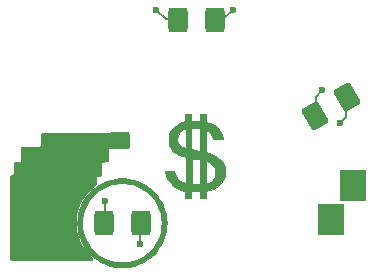
<source format=gbr>
%TF.GenerationSoftware,KiCad,Pcbnew,8.0.8*%
%TF.CreationDate,2025-04-07T01:54:08-03:00*%
%TF.ProjectId,Sao_CashBag,53616f5f-4361-4736-9842-61672e6b6963,rev?*%
%TF.SameCoordinates,Original*%
%TF.FileFunction,Copper,L1,Top*%
%TF.FilePolarity,Positive*%
%FSLAX46Y46*%
G04 Gerber Fmt 4.6, Leading zero omitted, Abs format (unit mm)*
G04 Created by KiCad (PCBNEW 8.0.8) date 2025-04-07 01:54:08*
%MOMM*%
%LPD*%
G01*
G04 APERTURE LIST*
G04 Aperture macros list*
%AMRoundRect*
0 Rectangle with rounded corners*
0 $1 Rounding radius*
0 $2 $3 $4 $5 $6 $7 $8 $9 X,Y pos of 4 corners*
0 Add a 4 corners polygon primitive as box body*
4,1,4,$2,$3,$4,$5,$6,$7,$8,$9,$2,$3,0*
0 Add four circle primitives for the rounded corners*
1,1,$1+$1,$2,$3*
1,1,$1+$1,$4,$5*
1,1,$1+$1,$6,$7*
1,1,$1+$1,$8,$9*
0 Add four rect primitives between the rounded corners*
20,1,$1+$1,$2,$3,$4,$5,0*
20,1,$1+$1,$4,$5,$6,$7,0*
20,1,$1+$1,$6,$7,$8,$9,0*
20,1,$1+$1,$8,$9,$2,$3,0*%
G04 Aperture macros list end*
%TA.AperFunction,NonConductor*%
%ADD10C,0.100000*%
%TD*%
%TA.AperFunction,NonConductor*%
%ADD11C,0.050000*%
%TD*%
%TA.AperFunction,SMDPad,CuDef*%
%ADD12RoundRect,0.285088X-0.074296X-0.926139X0.839208X-0.398727X0.074296X0.926139X-0.839208X0.398727X0*%
%TD*%
%TA.AperFunction,SMDPad,CuDef*%
%ADD13RoundRect,0.285088X0.527412X0.764912X-0.527412X0.764912X-0.527412X-0.764912X0.527412X-0.764912X0*%
%TD*%
%TA.AperFunction,ViaPad*%
%ADD14C,0.600000*%
%TD*%
%TA.AperFunction,Conductor*%
%ADD15C,0.200000*%
%TD*%
G04 APERTURE END LIST*
D10*
X132246656Y-134961955D02*
X134359254Y-134961955D01*
X134359254Y-137450528D01*
X132246656Y-137450528D01*
X132246656Y-134961955D01*
%TA.AperFunction,NonConductor*%
G36*
X132246656Y-134961955D02*
G01*
X134359254Y-134961955D01*
X134359254Y-137450528D01*
X132246656Y-137450528D01*
X132246656Y-134961955D01*
G37*
%TD.AperFunction*%
X134054070Y-132078873D02*
X136166668Y-132078873D01*
X136166668Y-134567446D01*
X134054070Y-134567446D01*
X134054070Y-132078873D01*
%TA.AperFunction,NonConductor*%
G36*
X134054070Y-132078873D02*
G01*
X136166668Y-132078873D01*
X136166668Y-134567446D01*
X134054070Y-134567446D01*
X134054070Y-132078873D01*
G37*
%TD.AperFunction*%
D11*
X122718294Y-127993825D02*
X123337592Y-128188418D01*
X123663092Y-128427977D01*
X123935988Y-128736019D01*
X124086907Y-129058532D01*
X124134457Y-129418258D01*
X123321973Y-129416190D01*
X123274423Y-129186710D01*
X123185525Y-128994443D01*
X122987055Y-128812512D01*
X122697620Y-128673997D01*
X122701755Y-130567727D01*
X123433353Y-130799756D01*
X123765012Y-131023695D01*
X124011031Y-131238703D01*
X124242736Y-131511455D01*
X124341814Y-131887864D01*
X124360420Y-132251725D01*
X124339746Y-132561834D01*
X124199164Y-132917425D01*
X123996559Y-133184118D01*
X123758809Y-133392925D01*
X123529329Y-133543844D01*
X123279849Y-133674463D01*
X122706507Y-133856021D01*
X122702373Y-134447294D01*
X122224805Y-134447294D01*
X122222738Y-133856021D01*
X121525934Y-133860679D01*
X121516631Y-133251316D01*
X122223678Y-133265271D01*
X122227908Y-131315197D01*
X122700305Y-131315197D01*
X122702373Y-133184118D01*
X122931853Y-133157242D01*
X123136525Y-133066277D01*
X123318455Y-132907088D01*
X123467307Y-132644529D01*
X123516925Y-132394375D01*
X123514857Y-132109075D01*
X123467307Y-131887864D01*
X123341196Y-131683192D01*
X123159266Y-131548812D01*
X122946325Y-131402027D01*
X122700305Y-131315197D01*
X122227908Y-131315197D01*
X122228330Y-131120869D01*
X121511979Y-131102263D01*
X121511979Y-133260619D01*
X121498375Y-133867391D01*
X121499151Y-134443160D01*
X120986438Y-134443160D01*
X120986438Y-133839481D01*
X120558488Y-133700966D01*
X120250447Y-133547979D01*
X119973416Y-133378453D01*
X119754273Y-133186186D01*
X119533062Y-132907088D01*
X119349064Y-132530823D01*
X119243627Y-132117345D01*
X120020966Y-132119412D01*
X120124336Y-132402645D01*
X120285592Y-132714821D01*
X120511727Y-132954013D01*
X120746620Y-133074547D01*
X120999876Y-133137013D01*
X120999876Y-130967028D01*
X120999879Y-130966101D01*
X120481377Y-130803410D01*
X120237425Y-130700040D01*
X120010012Y-130561525D01*
X119877699Y-130445751D01*
X119724712Y-130220405D01*
X119627545Y-130001262D01*
X119576750Y-129765320D01*
X119557253Y-129550571D01*
X119558850Y-129376601D01*
X120296238Y-129376601D01*
X120310710Y-129593677D01*
X120345855Y-129744597D01*
X120525410Y-129940999D01*
X120682531Y-130062975D01*
X120810710Y-130122929D01*
X120998842Y-130147738D01*
X121000496Y-130802697D01*
X121002977Y-130145671D01*
X121000910Y-128576521D01*
X120779699Y-128611667D01*
X120593634Y-128716378D01*
X120440647Y-128921775D01*
X120333142Y-129138126D01*
X120296238Y-129376601D01*
X119558850Y-129376601D01*
X119559321Y-129325225D01*
X119586197Y-129077138D01*
X119667456Y-128865230D01*
X119782599Y-128669862D01*
X119929384Y-128498269D01*
X120148527Y-128301867D01*
X120390412Y-128142677D01*
X120667442Y-128024836D01*
X120971349Y-127935938D01*
X120969281Y-127346732D01*
X121492331Y-127346732D01*
X121494399Y-127865647D01*
X122186767Y-127865080D01*
X122204131Y-128451860D01*
X121455118Y-128452786D01*
X121454609Y-130298457D01*
X122202064Y-130436556D01*
X122206199Y-128462197D01*
X122205581Y-127867714D01*
X122203514Y-127344664D01*
X122716227Y-127342597D01*
X122718294Y-127993825D01*
%TA.AperFunction,NonConductor*%
G36*
X122718294Y-127993825D02*
G01*
X123337592Y-128188418D01*
X123663092Y-128427977D01*
X123935988Y-128736019D01*
X124086907Y-129058532D01*
X124134457Y-129418258D01*
X123321973Y-129416190D01*
X123274423Y-129186710D01*
X123185525Y-128994443D01*
X122987055Y-128812512D01*
X122697620Y-128673997D01*
X122701755Y-130567727D01*
X123433353Y-130799756D01*
X123765012Y-131023695D01*
X124011031Y-131238703D01*
X124242736Y-131511455D01*
X124341814Y-131887864D01*
X124360420Y-132251725D01*
X124339746Y-132561834D01*
X124199164Y-132917425D01*
X123996559Y-133184118D01*
X123758809Y-133392925D01*
X123529329Y-133543844D01*
X123279849Y-133674463D01*
X122706507Y-133856021D01*
X122702373Y-134447294D01*
X122224805Y-134447294D01*
X122222738Y-133856021D01*
X121525934Y-133860679D01*
X121516631Y-133251316D01*
X122223678Y-133265271D01*
X122227908Y-131315197D01*
X122700305Y-131315197D01*
X122702373Y-133184118D01*
X122931853Y-133157242D01*
X123136525Y-133066277D01*
X123318455Y-132907088D01*
X123467307Y-132644529D01*
X123516925Y-132394375D01*
X123514857Y-132109075D01*
X123467307Y-131887864D01*
X123341196Y-131683192D01*
X123159266Y-131548812D01*
X122946325Y-131402027D01*
X122700305Y-131315197D01*
X122227908Y-131315197D01*
X122228330Y-131120869D01*
X121511979Y-131102263D01*
X121511979Y-133260619D01*
X121498375Y-133867391D01*
X121499151Y-134443160D01*
X120986438Y-134443160D01*
X120986438Y-133839481D01*
X120558488Y-133700966D01*
X120250447Y-133547979D01*
X119973416Y-133378453D01*
X119754273Y-133186186D01*
X119533062Y-132907088D01*
X119349064Y-132530823D01*
X119243627Y-132117345D01*
X120020966Y-132119412D01*
X120124336Y-132402645D01*
X120285592Y-132714821D01*
X120511727Y-132954013D01*
X120746620Y-133074547D01*
X120999876Y-133137013D01*
X120999876Y-130967028D01*
X120999879Y-130966101D01*
X120481377Y-130803410D01*
X120237425Y-130700040D01*
X120010012Y-130561525D01*
X119877699Y-130445751D01*
X119724712Y-130220405D01*
X119627545Y-130001262D01*
X119576750Y-129765320D01*
X119557253Y-129550571D01*
X119558850Y-129376601D01*
X120296238Y-129376601D01*
X120310710Y-129593677D01*
X120345855Y-129744597D01*
X120525410Y-129940999D01*
X120682531Y-130062975D01*
X120810710Y-130122929D01*
X120998842Y-130147738D01*
X121000496Y-130802697D01*
X121002977Y-130145671D01*
X121000910Y-128576521D01*
X120779699Y-128611667D01*
X120593634Y-128716378D01*
X120440647Y-128921775D01*
X120333142Y-129138126D01*
X120296238Y-129376601D01*
X119558850Y-129376601D01*
X119559321Y-129325225D01*
X119586197Y-129077138D01*
X119667456Y-128865230D01*
X119782599Y-128669862D01*
X119929384Y-128498269D01*
X120148527Y-128301867D01*
X120390412Y-128142677D01*
X120667442Y-128024836D01*
X120971349Y-127935938D01*
X120969281Y-127346732D01*
X121492331Y-127346732D01*
X121494399Y-127865647D01*
X122186767Y-127865080D01*
X122204131Y-128451860D01*
X121455118Y-128452786D01*
X121454609Y-130298457D01*
X122202064Y-130436556D01*
X122206199Y-128462197D01*
X122205581Y-127867714D01*
X122203514Y-127344664D01*
X122716227Y-127342597D01*
X122718294Y-127993825D01*
G37*
%TD.AperFunction*%
D12*
%TO.P,D2,1,K*%
%TO.N,GND*%
X131936853Y-127462943D03*
%TO.P,D2,2,A*%
%TO.N,Net-(D2-A)*%
X134686483Y-125875443D03*
%TD*%
D13*
%TO.P,D3,1,K*%
%TO.N,GND*%
X117258486Y-136577257D03*
%TO.P,D3,2,A*%
%TO.N,Net-(D3-A)*%
X114083486Y-136577257D03*
%TD*%
%TO.P,D1,1,K*%
%TO.N,GND*%
X123497616Y-119328931D03*
%TO.P,D1,2,A*%
%TO.N,Net-(D1-A)*%
X120322616Y-119328931D03*
%TD*%
D14*
%TO.N,GND*%
X132579429Y-125287848D03*
X117150000Y-138350000D03*
X125000000Y-118500000D03*
%TO.N,Net-(D1-A)*%
X118500000Y-118500000D03*
%TO.N,Net-(D2-A)*%
X134102256Y-128066616D03*
%TO.N,Net-(D3-A)*%
X114150000Y-134700000D03*
%TD*%
D15*
%TO.N,GND*%
X117158486Y-138341514D02*
X117158486Y-136552257D01*
X116545986Y-136552257D02*
X116545986Y-137333681D01*
X132579429Y-125287848D02*
X132579429Y-125420571D01*
X123397616Y-119303931D02*
X124196069Y-119303931D01*
X132579429Y-125287848D02*
X132035955Y-125831322D01*
X132035955Y-125831322D02*
X132035955Y-127434594D01*
X117150000Y-138350000D02*
X117158486Y-138341514D01*
X124196069Y-119303931D02*
X125000000Y-118500000D01*
%TO.N,Net-(D1-A)*%
X118500000Y-118500000D02*
X119303931Y-119303931D01*
X119303931Y-119303931D02*
X120422616Y-119303931D01*
%TO.N,Net-(D2-A)*%
X134612381Y-127556491D02*
X134612381Y-125947094D01*
X134102256Y-128066616D02*
X134612381Y-127556491D01*
%TO.N,Net-(D3-A)*%
X114183486Y-134733486D02*
X114183486Y-136552257D01*
X114795986Y-135724041D02*
X114795986Y-136552257D01*
X114150000Y-134700000D02*
X114183486Y-134733486D01*
%TD*%
%TA.AperFunction,NonConductor*%
G36*
X116132660Y-128848665D02*
G01*
X116199632Y-128868567D01*
X116245216Y-128921519D01*
X116256254Y-128972134D01*
X116261264Y-130144402D01*
X116241866Y-130211525D01*
X116189258Y-130257505D01*
X116136844Y-130268931D01*
X114500000Y-130263377D01*
X114499999Y-130263379D01*
X114517663Y-131285663D01*
X114499140Y-131353032D01*
X114447134Y-131399693D01*
X114395030Y-131411798D01*
X113961415Y-131416511D01*
X113961414Y-131416512D01*
X113945048Y-132485786D01*
X113924340Y-132552516D01*
X113870842Y-132597458D01*
X113822834Y-132607875D01*
X113518333Y-132612225D01*
X113518332Y-132612226D01*
X113504947Y-133254716D01*
X113483870Y-133321331D01*
X113451812Y-133353907D01*
X113271461Y-133479435D01*
X113271458Y-133479437D01*
X112972792Y-133735834D01*
X112701590Y-134021139D01*
X112460656Y-134332401D01*
X112252437Y-134666456D01*
X112079089Y-135019848D01*
X112079083Y-135019863D01*
X111942379Y-135388974D01*
X111843712Y-135770049D01*
X111784106Y-136159134D01*
X111764170Y-136552257D01*
X111784106Y-136945379D01*
X111843712Y-137334464D01*
X111942379Y-137715539D01*
X112079083Y-138084650D01*
X112079089Y-138084665D01*
X112252437Y-138438057D01*
X112252438Y-138438058D01*
X112460653Y-138772108D01*
X112701595Y-139083380D01*
X112972792Y-139368679D01*
X113123322Y-139497904D01*
X113161366Y-139556506D01*
X113161688Y-139626375D01*
X113124185Y-139685327D01*
X113060763Y-139714644D01*
X113043236Y-139715987D01*
X106295452Y-139753269D01*
X106228305Y-139733955D01*
X106182259Y-139681405D01*
X106170768Y-139629800D01*
X106141017Y-132628780D01*
X106160417Y-132561660D01*
X106213026Y-132515682D01*
X106240693Y-132506665D01*
X106251553Y-132504493D01*
X106278125Y-132502107D01*
X106282890Y-132502194D01*
X106293189Y-132498145D01*
X106314236Y-132491956D01*
X106325088Y-132489787D01*
X106329040Y-132487139D01*
X106352690Y-132474757D01*
X106357124Y-132473015D01*
X106365091Y-132465332D01*
X106382164Y-132451562D01*
X106391362Y-132445403D01*
X106394004Y-132441439D01*
X106411109Y-132420956D01*
X106414542Y-132417647D01*
X106418961Y-132407501D01*
X106429472Y-132388238D01*
X106429484Y-132388220D01*
X106435608Y-132379035D01*
X106436533Y-132374353D01*
X106444495Y-132348896D01*
X106446401Y-132344522D01*
X106446602Y-132333449D01*
X106448938Y-132311646D01*
X106451087Y-132300788D01*
X106450152Y-132296114D01*
X106447763Y-132269550D01*
X106461818Y-131496574D01*
X106482719Y-131429905D01*
X106536346Y-131385118D01*
X106585798Y-131374830D01*
X106881245Y-131374830D01*
X106881686Y-131374831D01*
X106920861Y-131374970D01*
X106920861Y-131374969D01*
X106920863Y-131374970D01*
X106920864Y-131374969D01*
X106921025Y-131374938D01*
X106921450Y-131374854D01*
X106921571Y-131374830D01*
X106921574Y-131374830D01*
X106958157Y-131359676D01*
X106958218Y-131359651D01*
X106994664Y-131344707D01*
X106994861Y-131344576D01*
X106995060Y-131344443D01*
X106995260Y-131344308D01*
X106995266Y-131344306D01*
X107009221Y-131330350D01*
X107023176Y-131316396D01*
X107023491Y-131316082D01*
X107026328Y-131313265D01*
X107051265Y-131288506D01*
X107051266Y-131288502D01*
X107051281Y-131288482D01*
X107051424Y-131288269D01*
X107051666Y-131287908D01*
X107052953Y-131284801D01*
X107066786Y-131251405D01*
X107082049Y-131214922D01*
X107082049Y-131214919D01*
X107082050Y-131214917D01*
X107082124Y-131214550D01*
X107082192Y-131214213D01*
X107082192Y-131174720D01*
X107082193Y-131174281D01*
X107082795Y-131004354D01*
X107085681Y-130189599D01*
X107105603Y-130122632D01*
X107158568Y-130077065D01*
X107209240Y-130066042D01*
X108554822Y-130061278D01*
X108555500Y-130061278D01*
X108594078Y-130061482D01*
X108594078Y-130061481D01*
X108594111Y-130061482D01*
X108594430Y-130061418D01*
X108595476Y-130061211D01*
X108595810Y-130061146D01*
X108595841Y-130061133D01*
X108595843Y-130061133D01*
X108631399Y-130046256D01*
X108632285Y-130045890D01*
X108667930Y-130031346D01*
X108667931Y-130031344D01*
X108667967Y-130031330D01*
X108668277Y-130031122D01*
X108669144Y-130030543D01*
X108669403Y-130030371D01*
X108669425Y-130030348D01*
X108669427Y-130030348D01*
X108696598Y-130002981D01*
X108697169Y-130002411D01*
X108724628Y-129975242D01*
X108724628Y-129975241D01*
X108724648Y-129975222D01*
X108724840Y-129974933D01*
X108725378Y-129974130D01*
X108725616Y-129973776D01*
X108725627Y-129973747D01*
X108725629Y-129973746D01*
X108733921Y-129953522D01*
X108740215Y-129938175D01*
X108740635Y-129937161D01*
X108755539Y-129901712D01*
X108755539Y-129901709D01*
X108755553Y-129901676D01*
X108755642Y-129901224D01*
X108755836Y-129900253D01*
X108755892Y-129899975D01*
X108755755Y-129861381D01*
X108755756Y-129860286D01*
X108755933Y-129826829D01*
X108759900Y-129073070D01*
X108779937Y-129006136D01*
X108832981Y-128960660D01*
X108884020Y-128949724D01*
X114470323Y-128955250D01*
X114475566Y-128955367D01*
X114504879Y-128956646D01*
X114508523Y-128956805D01*
X114508523Y-128956804D01*
X114508524Y-128956805D01*
X114508524Y-128956804D01*
X114508843Y-128956756D01*
X114510280Y-128956646D01*
X114515396Y-128955746D01*
X114516782Y-128955359D01*
X114517093Y-128955296D01*
X114517101Y-128955297D01*
X114547631Y-128942685D01*
X114552419Y-128940826D01*
X114583476Y-128929522D01*
X114583480Y-128929517D01*
X114583748Y-128929356D01*
X114585037Y-128928703D01*
X114589429Y-128925907D01*
X114590559Y-128925022D01*
X114590821Y-128924847D01*
X114590821Y-128924846D01*
X114590823Y-128924846D01*
X114614194Y-128901519D01*
X114617951Y-128897927D01*
X114641138Y-128876678D01*
X114703861Y-128845900D01*
X114725295Y-128844102D01*
X116132660Y-128848665D01*
G37*
%TD.AperFunction*%
%TA.AperFunction,NonConductor*%
G36*
X115852396Y-132744171D02*
G01*
X116224540Y-132782014D01*
X116236928Y-132783911D01*
X116603341Y-132859211D01*
X116615499Y-132862360D01*
X116972383Y-132974333D01*
X116984162Y-132978695D01*
X117327909Y-133126208D01*
X117339176Y-133131735D01*
X117666223Y-133313261D01*
X117676881Y-133319904D01*
X117983899Y-133533595D01*
X117993820Y-133541274D01*
X118277636Y-133784922D01*
X118286737Y-133793573D01*
X118403814Y-133916738D01*
X118544447Y-134064684D01*
X118552629Y-134074215D01*
X118781582Y-134369998D01*
X118788758Y-134380308D01*
X118986619Y-134697747D01*
X118992715Y-134708729D01*
X119157445Y-135044555D01*
X119162398Y-135056098D01*
X119292303Y-135406851D01*
X119296063Y-135418836D01*
X119389823Y-135780955D01*
X119392352Y-135793259D01*
X119448992Y-136162986D01*
X119450263Y-136175483D01*
X119469208Y-136549054D01*
X119469208Y-136561614D01*
X119450263Y-136935184D01*
X119448992Y-136947681D01*
X119392352Y-137317408D01*
X119389823Y-137329712D01*
X119296063Y-137691831D01*
X119292303Y-137703816D01*
X119162398Y-138054569D01*
X119157445Y-138066112D01*
X118992715Y-138401938D01*
X118986619Y-138412920D01*
X118788758Y-138730359D01*
X118781582Y-138740669D01*
X118552629Y-139036452D01*
X118544447Y-139045983D01*
X118286740Y-139317091D01*
X118277636Y-139325745D01*
X117993826Y-139569388D01*
X117983893Y-139577077D01*
X117676883Y-139790762D01*
X117666223Y-139797406D01*
X117339181Y-139978929D01*
X117327904Y-139984461D01*
X116984162Y-140131972D01*
X116972383Y-140136334D01*
X116615499Y-140248307D01*
X116603339Y-140251456D01*
X116236942Y-140326753D01*
X116224526Y-140328655D01*
X115852396Y-140366497D01*
X115839851Y-140367133D01*
X115465807Y-140367133D01*
X115453262Y-140366497D01*
X115081131Y-140328655D01*
X115068715Y-140326753D01*
X114702318Y-140251456D01*
X114690158Y-140248307D01*
X114333274Y-140136334D01*
X114321495Y-140131972D01*
X113977753Y-139984461D01*
X113966476Y-139978929D01*
X113639434Y-139797406D01*
X113628774Y-139790762D01*
X113321764Y-139577077D01*
X113311831Y-139569388D01*
X113219336Y-139489984D01*
X113028018Y-139325742D01*
X113018917Y-139317091D01*
X113007007Y-139304562D01*
X112761210Y-139045983D01*
X112753028Y-139036452D01*
X112524075Y-138740669D01*
X112516899Y-138730359D01*
X112319038Y-138412920D01*
X112312942Y-138401938D01*
X112148212Y-138066112D01*
X112143259Y-138054569D01*
X112104540Y-137950025D01*
X112013352Y-137703811D01*
X112009594Y-137691831D01*
X111915834Y-137329712D01*
X111913308Y-137317423D01*
X111856663Y-136947670D01*
X111855395Y-136935195D01*
X111836449Y-136561604D01*
X111836449Y-136555331D01*
X112331260Y-136555331D01*
X112331260Y-136555336D01*
X112350731Y-136914456D01*
X112350732Y-136914473D01*
X112408913Y-137269360D01*
X112408918Y-137269381D01*
X112425669Y-137329712D01*
X112505134Y-137615916D01*
X112505136Y-137615922D01*
X112505139Y-137615930D01*
X112638250Y-137950015D01*
X112638259Y-137950033D01*
X112806722Y-138267787D01*
X112806723Y-138267790D01*
X113008549Y-138565460D01*
X113008557Y-138565470D01*
X113157373Y-138740669D01*
X113241385Y-138839575D01*
X113502491Y-139086908D01*
X113788807Y-139304560D01*
X113788815Y-139304565D01*
X113788827Y-139304573D01*
X114096973Y-139489977D01*
X114096978Y-139489980D01*
X114096982Y-139489981D01*
X114096986Y-139489984D01*
X114285235Y-139577077D01*
X114423390Y-139640994D01*
X114764215Y-139755832D01*
X115115459Y-139833146D01*
X115473003Y-139872032D01*
X115832650Y-139872032D01*
X115832655Y-139872032D01*
X116190199Y-139833146D01*
X116541443Y-139755832D01*
X116882268Y-139640994D01*
X117208680Y-139489980D01*
X117399511Y-139375160D01*
X117516830Y-139304573D01*
X117516834Y-139304570D01*
X117516851Y-139304560D01*
X117803167Y-139086908D01*
X118064273Y-138839575D01*
X118297107Y-138565462D01*
X118498939Y-138267782D01*
X118667403Y-137950025D01*
X118800524Y-137615916D01*
X118896742Y-137269373D01*
X118950500Y-136941463D01*
X118954925Y-136914473D01*
X118954925Y-136914470D01*
X118954927Y-136914459D01*
X118974398Y-136555334D01*
X118954927Y-136196209D01*
X118951529Y-136175483D01*
X118896744Y-135841307D01*
X118896743Y-135841306D01*
X118896742Y-135841295D01*
X118800524Y-135494752D01*
X118770276Y-135418836D01*
X118667407Y-135160652D01*
X118667398Y-135160634D01*
X118498939Y-134842886D01*
X118498935Y-134842880D01*
X118498934Y-134842877D01*
X118297108Y-134545207D01*
X118297100Y-134545197D01*
X118064273Y-134271093D01*
X117803167Y-134023760D01*
X117803160Y-134023754D01*
X117803157Y-134023752D01*
X117708080Y-133951476D01*
X117516851Y-133806108D01*
X117516845Y-133806104D01*
X117516830Y-133806094D01*
X117208684Y-133620690D01*
X117208671Y-133620683D01*
X116882278Y-133469678D01*
X116882273Y-133469676D01*
X116882268Y-133469674D01*
X116716137Y-133413697D01*
X116541442Y-133354835D01*
X116190197Y-133277521D01*
X115832656Y-133238636D01*
X115832655Y-133238636D01*
X115473003Y-133238636D01*
X115473001Y-133238636D01*
X115115460Y-133277521D01*
X114764215Y-133354835D01*
X114500745Y-133443609D01*
X114423390Y-133469674D01*
X114423387Y-133469675D01*
X114423379Y-133469678D01*
X114096986Y-133620683D01*
X114096973Y-133620690D01*
X113788827Y-133806094D01*
X113788811Y-133806105D01*
X113502500Y-134023752D01*
X113502491Y-134023760D01*
X113241384Y-134271093D01*
X113008557Y-134545197D01*
X113008549Y-134545207D01*
X112806723Y-134842877D01*
X112806722Y-134842880D01*
X112638259Y-135160634D01*
X112638250Y-135160652D01*
X112505139Y-135494737D01*
X112505132Y-135494759D01*
X112408918Y-135841286D01*
X112408913Y-135841307D01*
X112350732Y-136196194D01*
X112350731Y-136196211D01*
X112331260Y-136555331D01*
X111836449Y-136555331D01*
X111836449Y-136549054D01*
X111854343Y-136196211D01*
X111855395Y-136175470D01*
X111856663Y-136162999D01*
X111913308Y-135793240D01*
X111915834Y-135780955D01*
X112009594Y-135418836D01*
X112013350Y-135406861D01*
X112143262Y-135056089D01*
X112148208Y-135044563D01*
X112312946Y-134708721D01*
X112319038Y-134697747D01*
X112414117Y-134545207D01*
X112516904Y-134380300D01*
X112524063Y-134370013D01*
X112753034Y-134074207D01*
X112761203Y-134064691D01*
X113018929Y-133793563D01*
X113028007Y-133784934D01*
X113311846Y-133541266D01*
X113321748Y-133533602D01*
X113628784Y-133319898D01*
X113639423Y-133313267D01*
X113966489Y-133131731D01*
X113977740Y-133126211D01*
X114321499Y-132978693D01*
X114333269Y-132974334D01*
X114690165Y-132862358D01*
X114702311Y-132859212D01*
X115068732Y-132783911D01*
X115081114Y-132782014D01*
X115453262Y-132744171D01*
X115465807Y-132743535D01*
X115839851Y-132743535D01*
X115852396Y-132744171D01*
G37*
%TD.AperFunction*%
M02*

</source>
